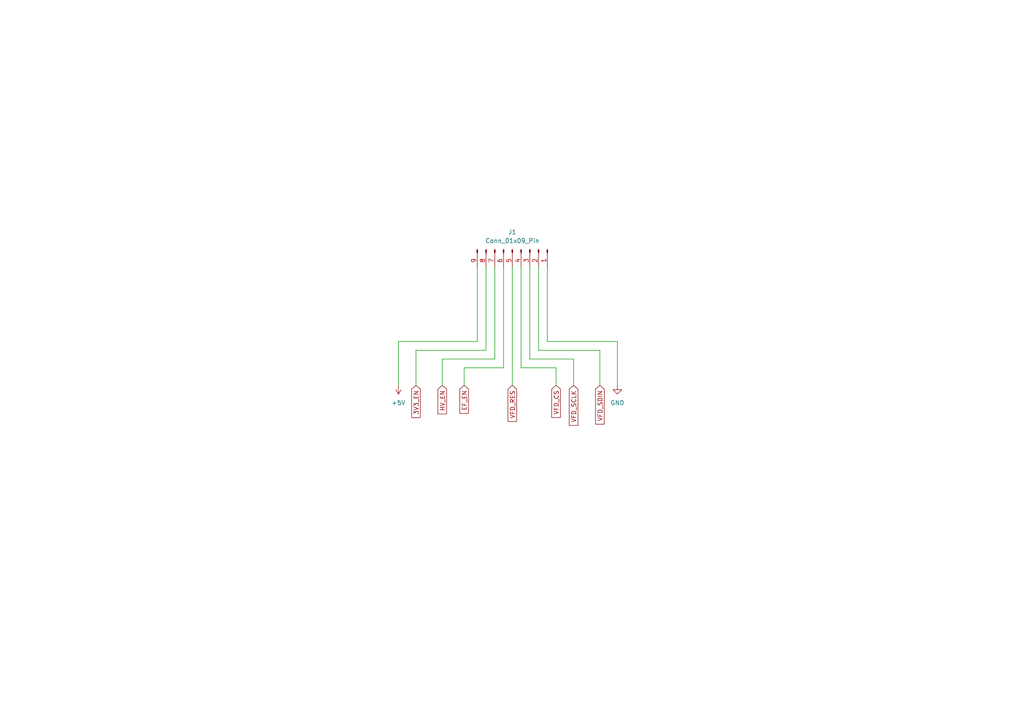
<source format=kicad_sch>
(kicad_sch (version 20230121) (generator eeschema)

  (uuid f7abf162-bff9-4f76-b832-40b28bb33378)

  (paper "A4")

  (lib_symbols
    (symbol "Connector:Conn_01x09_Pin" (pin_names (offset 1.016) hide) (in_bom yes) (on_board yes)
      (property "Reference" "J" (at 0 12.7 0)
        (effects (font (size 1.27 1.27)))
      )
      (property "Value" "Conn_01x09_Pin" (at 0 -12.7 0)
        (effects (font (size 1.27 1.27)))
      )
      (property "Footprint" "" (at 0 0 0)
        (effects (font (size 1.27 1.27)) hide)
      )
      (property "Datasheet" "~" (at 0 0 0)
        (effects (font (size 1.27 1.27)) hide)
      )
      (property "ki_locked" "" (at 0 0 0)
        (effects (font (size 1.27 1.27)))
      )
      (property "ki_keywords" "connector" (at 0 0 0)
        (effects (font (size 1.27 1.27)) hide)
      )
      (property "ki_description" "Generic connector, single row, 01x09, script generated" (at 0 0 0)
        (effects (font (size 1.27 1.27)) hide)
      )
      (property "ki_fp_filters" "Connector*:*_1x??_*" (at 0 0 0)
        (effects (font (size 1.27 1.27)) hide)
      )
      (symbol "Conn_01x09_Pin_1_1"
        (polyline
          (pts
            (xy 1.27 -10.16)
            (xy 0.8636 -10.16)
          )
          (stroke (width 0.1524) (type default))
          (fill (type none))
        )
        (polyline
          (pts
            (xy 1.27 -7.62)
            (xy 0.8636 -7.62)
          )
          (stroke (width 0.1524) (type default))
          (fill (type none))
        )
        (polyline
          (pts
            (xy 1.27 -5.08)
            (xy 0.8636 -5.08)
          )
          (stroke (width 0.1524) (type default))
          (fill (type none))
        )
        (polyline
          (pts
            (xy 1.27 -2.54)
            (xy 0.8636 -2.54)
          )
          (stroke (width 0.1524) (type default))
          (fill (type none))
        )
        (polyline
          (pts
            (xy 1.27 0)
            (xy 0.8636 0)
          )
          (stroke (width 0.1524) (type default))
          (fill (type none))
        )
        (polyline
          (pts
            (xy 1.27 2.54)
            (xy 0.8636 2.54)
          )
          (stroke (width 0.1524) (type default))
          (fill (type none))
        )
        (polyline
          (pts
            (xy 1.27 5.08)
            (xy 0.8636 5.08)
          )
          (stroke (width 0.1524) (type default))
          (fill (type none))
        )
        (polyline
          (pts
            (xy 1.27 7.62)
            (xy 0.8636 7.62)
          )
          (stroke (width 0.1524) (type default))
          (fill (type none))
        )
        (polyline
          (pts
            (xy 1.27 10.16)
            (xy 0.8636 10.16)
          )
          (stroke (width 0.1524) (type default))
          (fill (type none))
        )
        (rectangle (start 0.8636 -10.033) (end 0 -10.287)
          (stroke (width 0.1524) (type default))
          (fill (type outline))
        )
        (rectangle (start 0.8636 -7.493) (end 0 -7.747)
          (stroke (width 0.1524) (type default))
          (fill (type outline))
        )
        (rectangle (start 0.8636 -4.953) (end 0 -5.207)
          (stroke (width 0.1524) (type default))
          (fill (type outline))
        )
        (rectangle (start 0.8636 -2.413) (end 0 -2.667)
          (stroke (width 0.1524) (type default))
          (fill (type outline))
        )
        (rectangle (start 0.8636 0.127) (end 0 -0.127)
          (stroke (width 0.1524) (type default))
          (fill (type outline))
        )
        (rectangle (start 0.8636 2.667) (end 0 2.413)
          (stroke (width 0.1524) (type default))
          (fill (type outline))
        )
        (rectangle (start 0.8636 5.207) (end 0 4.953)
          (stroke (width 0.1524) (type default))
          (fill (type outline))
        )
        (rectangle (start 0.8636 7.747) (end 0 7.493)
          (stroke (width 0.1524) (type default))
          (fill (type outline))
        )
        (rectangle (start 0.8636 10.287) (end 0 10.033)
          (stroke (width 0.1524) (type default))
          (fill (type outline))
        )
        (pin passive line (at 5.08 10.16 180) (length 3.81)
          (name "Pin_1" (effects (font (size 1.27 1.27))))
          (number "1" (effects (font (size 1.27 1.27))))
        )
        (pin passive line (at 5.08 7.62 180) (length 3.81)
          (name "Pin_2" (effects (font (size 1.27 1.27))))
          (number "2" (effects (font (size 1.27 1.27))))
        )
        (pin passive line (at 5.08 5.08 180) (length 3.81)
          (name "Pin_3" (effects (font (size 1.27 1.27))))
          (number "3" (effects (font (size 1.27 1.27))))
        )
        (pin passive line (at 5.08 2.54 180) (length 3.81)
          (name "Pin_4" (effects (font (size 1.27 1.27))))
          (number "4" (effects (font (size 1.27 1.27))))
        )
        (pin passive line (at 5.08 0 180) (length 3.81)
          (name "Pin_5" (effects (font (size 1.27 1.27))))
          (number "5" (effects (font (size 1.27 1.27))))
        )
        (pin passive line (at 5.08 -2.54 180) (length 3.81)
          (name "Pin_6" (effects (font (size 1.27 1.27))))
          (number "6" (effects (font (size 1.27 1.27))))
        )
        (pin passive line (at 5.08 -5.08 180) (length 3.81)
          (name "Pin_7" (effects (font (size 1.27 1.27))))
          (number "7" (effects (font (size 1.27 1.27))))
        )
        (pin passive line (at 5.08 -7.62 180) (length 3.81)
          (name "Pin_8" (effects (font (size 1.27 1.27))))
          (number "8" (effects (font (size 1.27 1.27))))
        )
        (pin passive line (at 5.08 -10.16 180) (length 3.81)
          (name "Pin_9" (effects (font (size 1.27 1.27))))
          (number "9" (effects (font (size 1.27 1.27))))
        )
      )
    )
    (symbol "power:+5V" (power) (pin_names (offset 0)) (in_bom yes) (on_board yes)
      (property "Reference" "#PWR" (at 0 -3.81 0)
        (effects (font (size 1.27 1.27)) hide)
      )
      (property "Value" "+5V" (at 0 3.556 0)
        (effects (font (size 1.27 1.27)))
      )
      (property "Footprint" "" (at 0 0 0)
        (effects (font (size 1.27 1.27)) hide)
      )
      (property "Datasheet" "" (at 0 0 0)
        (effects (font (size 1.27 1.27)) hide)
      )
      (property "ki_keywords" "global power" (at 0 0 0)
        (effects (font (size 1.27 1.27)) hide)
      )
      (property "ki_description" "Power symbol creates a global label with name \"+5V\"" (at 0 0 0)
        (effects (font (size 1.27 1.27)) hide)
      )
      (symbol "+5V_0_1"
        (polyline
          (pts
            (xy -0.762 1.27)
            (xy 0 2.54)
          )
          (stroke (width 0) (type default))
          (fill (type none))
        )
        (polyline
          (pts
            (xy 0 0)
            (xy 0 2.54)
          )
          (stroke (width 0) (type default))
          (fill (type none))
        )
        (polyline
          (pts
            (xy 0 2.54)
            (xy 0.762 1.27)
          )
          (stroke (width 0) (type default))
          (fill (type none))
        )
      )
      (symbol "+5V_1_1"
        (pin power_in line (at 0 0 90) (length 0) hide
          (name "+5V" (effects (font (size 1.27 1.27))))
          (number "1" (effects (font (size 1.27 1.27))))
        )
      )
    )
    (symbol "power:GND" (power) (pin_names (offset 0)) (in_bom yes) (on_board yes)
      (property "Reference" "#PWR" (at 0 -6.35 0)
        (effects (font (size 1.27 1.27)) hide)
      )
      (property "Value" "GND" (at 0 -3.81 0)
        (effects (font (size 1.27 1.27)))
      )
      (property "Footprint" "" (at 0 0 0)
        (effects (font (size 1.27 1.27)) hide)
      )
      (property "Datasheet" "" (at 0 0 0)
        (effects (font (size 1.27 1.27)) hide)
      )
      (property "ki_keywords" "global power" (at 0 0 0)
        (effects (font (size 1.27 1.27)) hide)
      )
      (property "ki_description" "Power symbol creates a global label with name \"GND\" , ground" (at 0 0 0)
        (effects (font (size 1.27 1.27)) hide)
      )
      (symbol "GND_0_1"
        (polyline
          (pts
            (xy 0 0)
            (xy 0 -1.27)
            (xy 1.27 -1.27)
            (xy 0 -2.54)
            (xy -1.27 -1.27)
            (xy 0 -1.27)
          )
          (stroke (width 0) (type default))
          (fill (type none))
        )
      )
      (symbol "GND_1_1"
        (pin power_in line (at 0 0 270) (length 0) hide
          (name "GND" (effects (font (size 1.27 1.27))))
          (number "1" (effects (font (size 1.27 1.27))))
        )
      )
    )
  )


  (wire (pts (xy 138.43 77.47) (xy 138.43 99.06))
    (stroke (width 0) (type default))
    (uuid 036c976e-f2ec-452f-8029-dd7e3b620833)
  )
  (wire (pts (xy 115.57 99.06) (xy 115.57 111.76))
    (stroke (width 0) (type default))
    (uuid 039439cc-306a-4959-884f-0b3334a8db4d)
  )
  (wire (pts (xy 156.21 77.47) (xy 156.21 101.6))
    (stroke (width 0) (type default))
    (uuid 1833fa7f-8625-4ccd-b79d-c08bfe3fba1c)
  )
  (wire (pts (xy 166.37 104.14) (xy 166.37 111.76))
    (stroke (width 0) (type default))
    (uuid 207467e3-e241-496c-a79e-c430f255eb86)
  )
  (wire (pts (xy 156.21 101.6) (xy 173.99 101.6))
    (stroke (width 0) (type default))
    (uuid 249bd0c9-00c6-4291-964d-bb819dd653b3)
  )
  (wire (pts (xy 173.99 101.6) (xy 173.99 111.76))
    (stroke (width 0) (type default))
    (uuid 2692983e-7540-4e7c-b531-5f38d39fadcd)
  )
  (wire (pts (xy 140.97 77.47) (xy 140.97 101.6))
    (stroke (width 0) (type default))
    (uuid 29ee1cea-3f46-4bf4-a074-ecb85ce13456)
  )
  (wire (pts (xy 151.13 77.47) (xy 151.13 106.68))
    (stroke (width 0) (type default))
    (uuid 35fe91d2-513a-4f4c-9116-b2ae9ac5d308)
  )
  (wire (pts (xy 128.27 104.14) (xy 128.27 111.76))
    (stroke (width 0) (type default))
    (uuid 505cd692-7303-4b72-b90b-d94c93356037)
  )
  (wire (pts (xy 161.29 106.68) (xy 161.29 111.76))
    (stroke (width 0) (type default))
    (uuid 639452ca-877a-4606-87cd-5c75d29215e8)
  )
  (wire (pts (xy 179.07 99.06) (xy 158.75 99.06))
    (stroke (width 0) (type default))
    (uuid 647d61e2-6ba5-4f10-9384-c10fb505ca0d)
  )
  (wire (pts (xy 179.07 111.76) (xy 179.07 99.06))
    (stroke (width 0) (type default))
    (uuid 6d63cbc0-bc71-4916-8300-a36456eb4edc)
  )
  (wire (pts (xy 138.43 99.06) (xy 115.57 99.06))
    (stroke (width 0) (type default))
    (uuid 8a1804e9-928f-4691-8741-c2b47695ad72)
  )
  (wire (pts (xy 153.67 104.14) (xy 166.37 104.14))
    (stroke (width 0) (type default))
    (uuid 8c786576-4253-426c-9aae-59a4bd076495)
  )
  (wire (pts (xy 158.75 99.06) (xy 158.75 77.47))
    (stroke (width 0) (type default))
    (uuid 914f080c-aaf1-4d2d-9451-e9d31891bd3b)
  )
  (wire (pts (xy 120.65 101.6) (xy 120.65 111.76))
    (stroke (width 0) (type default))
    (uuid 953685ce-fd72-437b-9b8e-52965838cf10)
  )
  (wire (pts (xy 146.05 77.47) (xy 146.05 106.68))
    (stroke (width 0) (type default))
    (uuid 9e45934c-fe9c-4ab5-ba29-eddf475198f1)
  )
  (wire (pts (xy 143.51 104.14) (xy 128.27 104.14))
    (stroke (width 0) (type default))
    (uuid a3ce6eff-8f8b-4be4-9de2-15f5f121ae83)
  )
  (wire (pts (xy 143.51 77.47) (xy 143.51 104.14))
    (stroke (width 0) (type default))
    (uuid b14a38d8-7f60-47e6-b810-77f9f3377169)
  )
  (wire (pts (xy 148.59 77.47) (xy 148.59 111.76))
    (stroke (width 0) (type default))
    (uuid ba05227b-713e-4fdd-a67d-8ae0594faafd)
  )
  (wire (pts (xy 134.62 106.68) (xy 134.62 111.76))
    (stroke (width 0) (type default))
    (uuid c25029c2-1b1c-4f4b-b6a3-e31bffd006f8)
  )
  (wire (pts (xy 146.05 106.68) (xy 134.62 106.68))
    (stroke (width 0) (type default))
    (uuid caa7eba3-ae41-41f6-892f-5addb8d71a9a)
  )
  (wire (pts (xy 153.67 77.47) (xy 153.67 104.14))
    (stroke (width 0) (type default))
    (uuid d18c97ce-877a-4bf0-9d67-6139c9964805)
  )
  (wire (pts (xy 140.97 101.6) (xy 120.65 101.6))
    (stroke (width 0) (type default))
    (uuid da7de95c-6a15-4f9a-887b-5aecede585b1)
  )
  (wire (pts (xy 151.13 106.68) (xy 161.29 106.68))
    (stroke (width 0) (type default))
    (uuid f87287c6-4009-4dcd-b5ea-8b85a84a69ac)
  )

  (global_label "VFD_SCLK" (shape input) (at 166.37 111.76 270) (fields_autoplaced)
    (effects (font (size 1.27 1.27)) (justify right))
    (uuid 1cf19c6d-0411-4490-a88c-3c0186f7c189)
    (property "Intersheetrefs" "${INTERSHEET_REFS}" (at 166.37 123.8582 90)
      (effects (font (size 1.27 1.27)) (justify right) hide)
    )
  )
  (global_label "VFD_RES" (shape input) (at 148.59 111.76 270) (fields_autoplaced)
    (effects (font (size 1.27 1.27)) (justify right))
    (uuid 1db3e200-09de-458f-965f-cce2cd636c1e)
    (property "Intersheetrefs" "${INTERSHEET_REFS}" (at 148.59 122.7091 90)
      (effects (font (size 1.27 1.27)) (justify right) hide)
    )
  )
  (global_label "HV_EN" (shape input) (at 128.27 111.76 270) (fields_autoplaced)
    (effects (font (size 1.27 1.27)) (justify right))
    (uuid 5d13a442-9d9d-41ad-a4a3-7dadf0e501b0)
    (property "Intersheetrefs" "${INTERSHEET_REFS}" (at 128.27 120.532 90)
      (effects (font (size 1.27 1.27)) (justify right) hide)
    )
  )
  (global_label "3V3_EN" (shape input) (at 120.65 111.76 270) (fields_autoplaced)
    (effects (font (size 1.27 1.27)) (justify right))
    (uuid 8b6ef10e-425d-478e-aaad-c0a2514135a0)
    (property "Intersheetrefs" "${INTERSHEET_REFS}" (at 120.65 121.6205 90)
      (effects (font (size 1.27 1.27)) (justify right) hide)
    )
  )
  (global_label "EF_EN" (shape input) (at 134.62 111.76 270) (fields_autoplaced)
    (effects (font (size 1.27 1.27)) (justify right))
    (uuid 93a8ea99-a9a5-4d65-ae2a-2b54e07fc7e7)
    (property "Intersheetrefs" "${INTERSHEET_REFS}" (at 134.62 120.3505 90)
      (effects (font (size 1.27 1.27)) (justify right) hide)
    )
  )
  (global_label "VFD_SDIN" (shape input) (at 173.99 111.76 270) (fields_autoplaced)
    (effects (font (size 1.27 1.27)) (justify right))
    (uuid a43da396-b1bd-4597-8106-4eb12a5ea021)
    (property "Intersheetrefs" "${INTERSHEET_REFS}" (at 173.99 123.4954 90)
      (effects (font (size 1.27 1.27)) (justify right) hide)
    )
  )
  (global_label "VFD_CS" (shape input) (at 161.29 111.76 270) (fields_autoplaced)
    (effects (font (size 1.27 1.27)) (justify right))
    (uuid f5a84e16-fb34-490d-ba65-078375f3a278)
    (property "Intersheetrefs" "${INTERSHEET_REFS}" (at 161.29 121.5601 90)
      (effects (font (size 1.27 1.27)) (justify right) hide)
    )
  )

  (symbol (lib_id "power:GND") (at 179.07 111.76 0) (unit 1)
    (in_bom yes) (on_board yes) (dnp no) (fields_autoplaced)
    (uuid 3dcc48ff-2761-45f9-b497-5cf514553e85)
    (property "Reference" "#PWR017" (at 179.07 118.11 0)
      (effects (font (size 1.27 1.27)) hide)
    )
    (property "Value" "GND" (at 179.07 116.84 0)
      (effects (font (size 1.27 1.27)))
    )
    (property "Footprint" "" (at 179.07 111.76 0)
      (effects (font (size 1.27 1.27)) hide)
    )
    (property "Datasheet" "" (at 179.07 111.76 0)
      (effects (font (size 1.27 1.27)) hide)
    )
    (pin "1" (uuid 678d69cb-3379-4cb7-8ffa-cda48f959ea3))
    (instances
      (project "ChronoVolt_Display"
        (path "/cceb3d39-99f1-4cc7-aa1d-f414cbebc8ea/39044c51-42a7-4639-bd22-46a13417ca59"
          (reference "#PWR017") (unit 1)
        )
      )
    )
  )

  (symbol (lib_id "power:+5V") (at 115.57 111.76 180) (unit 1)
    (in_bom yes) (on_board yes) (dnp no) (fields_autoplaced)
    (uuid 6fecdff4-8995-447e-8369-b9aa45ece810)
    (property "Reference" "#PWR016" (at 115.57 107.95 0)
      (effects (font (size 1.27 1.27)) hide)
    )
    (property "Value" "+5V" (at 115.57 116.84 0)
      (effects (font (size 1.27 1.27)))
    )
    (property "Footprint" "" (at 115.57 111.76 0)
      (effects (font (size 1.27 1.27)) hide)
    )
    (property "Datasheet" "" (at 115.57 111.76 0)
      (effects (font (size 1.27 1.27)) hide)
    )
    (pin "1" (uuid bfedee93-fcb1-41d3-b61e-1c95f3fd785c))
    (instances
      (project "ChronoVolt_Display"
        (path "/cceb3d39-99f1-4cc7-aa1d-f414cbebc8ea/39044c51-42a7-4639-bd22-46a13417ca59"
          (reference "#PWR016") (unit 1)
        )
      )
    )
  )

  (symbol (lib_id "Connector:Conn_01x09_Pin") (at 148.59 72.39 270) (unit 1)
    (in_bom yes) (on_board yes) (dnp no) (fields_autoplaced)
    (uuid f352967f-a7fa-4781-a556-fd6b8b0e4c2e)
    (property "Reference" "J1" (at 148.59 67.31 90)
      (effects (font (size 1.27 1.27)))
    )
    (property "Value" "Conn_01x09_Pin" (at 148.59 69.85 90)
      (effects (font (size 1.27 1.27)))
    )
    (property "Footprint" "ChronoVolt_Lib:Con_Pin_1x09_3mm" (at 148.59 72.39 0)
      (effects (font (size 1.27 1.27)) hide)
    )
    (property "Datasheet" "~" (at 148.59 72.39 0)
      (effects (font (size 1.27 1.27)) hide)
    )
    (pin "1" (uuid 91703774-20d3-4969-8e11-36195e8ffa08))
    (pin "2" (uuid d5f6fc06-066d-496d-aed2-33eb0c8ad733))
    (pin "3" (uuid 883cfa8e-2f92-45f2-88bd-e275a4f81b2c))
    (pin "4" (uuid 7af4a520-b3ea-4fb8-98c2-c5f924b2d03c))
    (pin "5" (uuid 0f0224e4-5dcc-4015-8c55-f147347f2c66))
    (pin "6" (uuid 79b7a47c-7221-49b4-b7c8-3c70a8d353b4))
    (pin "7" (uuid 793f32a2-0d27-4aaa-915a-ea7fd18deaa8))
    (pin "8" (uuid 3bc2e712-e23a-4ee9-b24b-7481ef3e765e))
    (pin "9" (uuid f52edcaa-52e3-42dc-b437-8e3b5f408838))
    (instances
      (project "ChronoVolt_Display"
        (path "/cceb3d39-99f1-4cc7-aa1d-f414cbebc8ea/39044c51-42a7-4639-bd22-46a13417ca59"
          (reference "J1") (unit 1)
        )
      )
    )
  )
)

</source>
